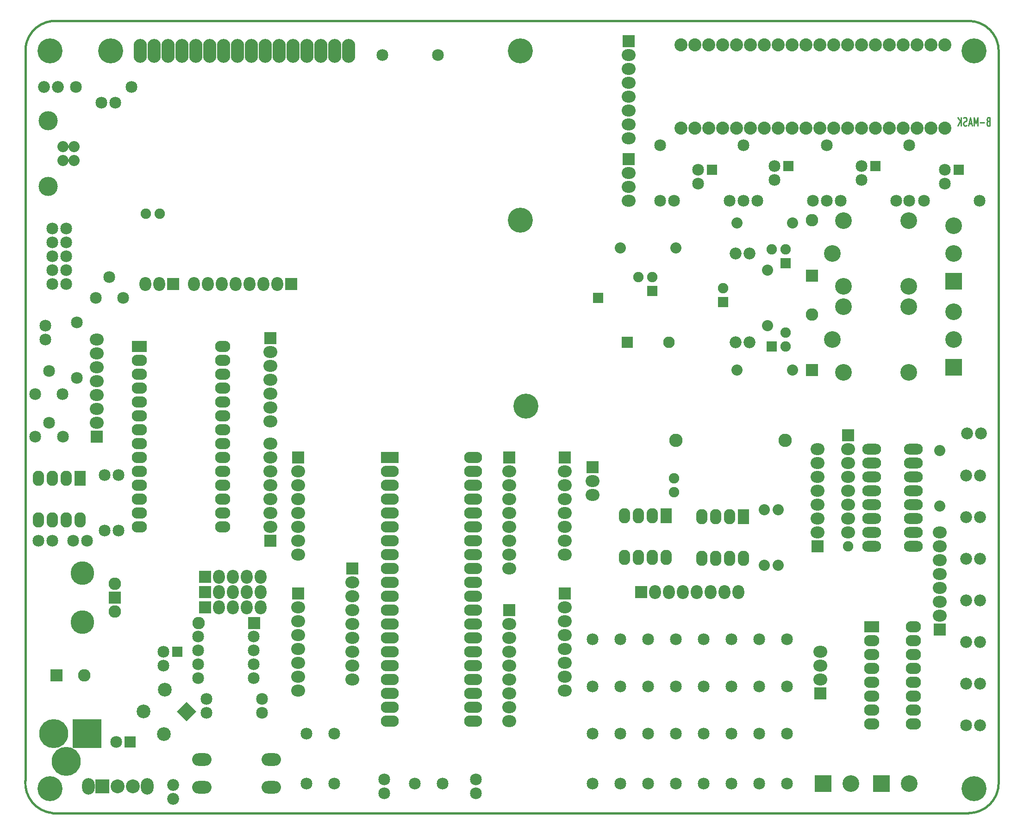
<source format=gbs>
G04 #@! TF.FileFunction,Soldermask,Bot*
%FSLAX46Y46*%
G04 Gerber Fmt 4.6, Leading zero omitted, Abs format (unit mm)*
G04 Created by KiCad (PCBNEW (2015-01-16 BZR 5376)-product) date 1/7/2016 1:02:51 PM*
%MOMM*%
G01*
G04 APERTURE LIST*
%ADD10C,0.150000*%
%ADD11C,0.381000*%
%ADD12C,0.254000*%
%ADD13C,1.905000*%
%ADD14C,2.159000*%
%ADD15C,2.032000*%
%ADD16C,3.508000*%
%ADD17C,5.308600*%
%ADD18R,5.308600X5.308600*%
%ADD19R,3.302000X2.082800*%
%ADD20O,3.302000X2.082800*%
%ADD21R,2.286000X2.286000*%
%ADD22O,2.540000X2.159000*%
%ADD23R,2.032000X2.032000*%
%ADD24C,2.286000*%
%ADD25R,2.794000X2.082800*%
%ADD26O,2.794000X2.082800*%
%ADD27C,2.184400*%
%ADD28O,2.159000X2.540000*%
%ADD29O,3.556000X2.308000*%
%ADD30C,2.508000*%
%ADD31O,3.462020X1.983740*%
%ADD32O,2.438400X4.368800*%
%ADD33C,2.387600*%
%ADD34C,4.572000*%
%ADD35R,2.540000X2.540000*%
%ADD36C,2.540000*%
%ADD37O,2.308000X3.008000*%
%ADD38C,4.318000*%
%ADD39C,4.308000*%
%ADD40C,3.048000*%
%ADD41R,2.108000X2.108000*%
%ADD42C,2.108000*%
%ADD43R,1.905000X1.905000*%
%ADD44R,3.048000X3.048000*%
%ADD45R,2.082800X2.794000*%
%ADD46O,2.082800X2.794000*%
%ADD47C,2.456180*%
G04 APERTURE END LIST*
D10*
D11*
X59500000Y-34500000D02*
X59500000Y-168500000D01*
X232000000Y-29500000D02*
X65500000Y-29500000D01*
X237500000Y-169000000D02*
X237500000Y-35000000D01*
X64500000Y-174500000D02*
X232000000Y-174500000D01*
X59500000Y-168500000D02*
G75*
G03X64500000Y-174500000I5500000J-500000D01*
G01*
X65500000Y-29500000D02*
G75*
G03X59500000Y-34500000I-500000J-5500000D01*
G01*
X237500000Y-35000000D02*
G75*
G03X232000000Y-29500000I-5500000J0D01*
G01*
X232000000Y-174500000D02*
G75*
G03X237500000Y-169000000I0J5500000D01*
G01*
D12*
X235564191Y-47891143D02*
X235419048Y-47963714D01*
X235370667Y-48036286D01*
X235322286Y-48181429D01*
X235322286Y-48399143D01*
X235370667Y-48544286D01*
X235419048Y-48616857D01*
X235515810Y-48689429D01*
X235902857Y-48689429D01*
X235902857Y-47165429D01*
X235564191Y-47165429D01*
X235467429Y-47238000D01*
X235419048Y-47310571D01*
X235370667Y-47455714D01*
X235370667Y-47600857D01*
X235419048Y-47746000D01*
X235467429Y-47818571D01*
X235564191Y-47891143D01*
X235902857Y-47891143D01*
X234886857Y-48108857D02*
X234112762Y-48108857D01*
X233628952Y-48689429D02*
X233628952Y-47165429D01*
X233290286Y-48254000D01*
X232951619Y-47165429D01*
X232951619Y-48689429D01*
X232516190Y-48254000D02*
X232032381Y-48254000D01*
X232612952Y-48689429D02*
X232274285Y-47165429D01*
X231935619Y-48689429D01*
X231645333Y-48616857D02*
X231500190Y-48689429D01*
X231258286Y-48689429D01*
X231161524Y-48616857D01*
X231113143Y-48544286D01*
X231064762Y-48399143D01*
X231064762Y-48254000D01*
X231113143Y-48108857D01*
X231161524Y-48036286D01*
X231258286Y-47963714D01*
X231451809Y-47891143D01*
X231548571Y-47818571D01*
X231596952Y-47746000D01*
X231645333Y-47600857D01*
X231645333Y-47455714D01*
X231596952Y-47310571D01*
X231548571Y-47238000D01*
X231451809Y-47165429D01*
X231209905Y-47165429D01*
X231064762Y-47238000D01*
X230629333Y-48689429D02*
X230629333Y-47165429D01*
X230048762Y-48689429D02*
X230484190Y-47818571D01*
X230048762Y-47165429D02*
X230629333Y-48036286D01*
D13*
X178115000Y-115760000D03*
X178115000Y-113220000D03*
D14*
X61315000Y-97805000D03*
X63815000Y-93535000D03*
X66315000Y-97805000D03*
X72364000Y-80160000D03*
X74864000Y-76390000D03*
X77364000Y-80160000D03*
D15*
X68387000Y-55054000D03*
X68387000Y-52514000D03*
X66388020Y-52514000D03*
X66388020Y-55054000D03*
D16*
X63688000Y-59783480D03*
X63688000Y-47784520D03*
D17*
X64704000Y-159956000D03*
D18*
X70800000Y-159956000D03*
D17*
X66990000Y-165036000D03*
D19*
X126172000Y-109410000D03*
D20*
X126172000Y-111950000D03*
X126172000Y-114490000D03*
X126172000Y-117030000D03*
X126172000Y-119570000D03*
X126172000Y-122110000D03*
X126172000Y-124650000D03*
X126172000Y-127190000D03*
X126172000Y-129730000D03*
X126172000Y-132270000D03*
X126172000Y-134810000D03*
X126172000Y-137350000D03*
X126172000Y-139890000D03*
X126172000Y-142430000D03*
X126172000Y-144970000D03*
X126172000Y-147510000D03*
X126172000Y-150050000D03*
X126172000Y-152590000D03*
X126172000Y-155130000D03*
X126172000Y-157670000D03*
X141412000Y-157670000D03*
X141412000Y-155130000D03*
X141412000Y-152590000D03*
X141412000Y-150050000D03*
X141412000Y-147510000D03*
X141412000Y-144970000D03*
X141412000Y-142430000D03*
X141412000Y-139890000D03*
X141412000Y-137350000D03*
X141412000Y-134810000D03*
X141412000Y-132270000D03*
X141412000Y-129730000D03*
X141412000Y-127190000D03*
X141412000Y-124650000D03*
X141412000Y-122110000D03*
X141412000Y-119570000D03*
X141412000Y-117030000D03*
X141412000Y-114490000D03*
X141412000Y-111950000D03*
X141412000Y-109410000D03*
D21*
X119314000Y-129730000D03*
D22*
X119314000Y-132270000D03*
X119314000Y-134810000D03*
X119314000Y-137350000D03*
X119314000Y-139890000D03*
X119314000Y-142430000D03*
X119314000Y-144970000D03*
X119314000Y-147510000D03*
X119314000Y-150050000D03*
D21*
X148016000Y-137350000D03*
D22*
X148016000Y-139890000D03*
X148016000Y-142430000D03*
X148016000Y-144970000D03*
X148016000Y-147510000D03*
X148016000Y-150050000D03*
X148016000Y-152590000D03*
X148016000Y-155130000D03*
X148016000Y-157670000D03*
D14*
X206055000Y-52260000D03*
X206055000Y-62420000D03*
X190815000Y-52260000D03*
X190815000Y-62420000D03*
D15*
X168336000Y-71056000D03*
X178496000Y-71056000D03*
D14*
X175575000Y-52260000D03*
X175575000Y-62420000D03*
D21*
X209992000Y-105346000D03*
D22*
X209992000Y-107886000D03*
X209992000Y-110426000D03*
X209992000Y-112966000D03*
X209992000Y-115506000D03*
X209992000Y-118046000D03*
X209992000Y-120586000D03*
X209992000Y-123126000D03*
D13*
X209992000Y-125666000D03*
D14*
X64450000Y-124650000D03*
X61910000Y-124650000D03*
X70800000Y-124650000D03*
X68260000Y-124650000D03*
X125156000Y-170878000D03*
X125156000Y-168338000D03*
X141920000Y-170878000D03*
X141920000Y-168338000D03*
D23*
X78674000Y-161480000D03*
D14*
X76134000Y-161480000D03*
D21*
X65212000Y-149288000D03*
D24*
X70292000Y-149288000D03*
X203388000Y-83248000D03*
D21*
X203388000Y-93408000D03*
D25*
X214310000Y-140398000D03*
D26*
X214310000Y-142938000D03*
X214310000Y-145478000D03*
X214310000Y-148018000D03*
X214310000Y-150558000D03*
X214310000Y-153098000D03*
X214310000Y-155638000D03*
X214310000Y-158178000D03*
X221930000Y-158178000D03*
X221930000Y-155638000D03*
X221930000Y-153098000D03*
X221930000Y-150558000D03*
X221930000Y-148018000D03*
X221930000Y-145478000D03*
X221930000Y-142938000D03*
X221930000Y-140398000D03*
D27*
X189418000Y-88328000D03*
X191958000Y-88328000D03*
X86548000Y-169354000D03*
X86548000Y-171894000D03*
D15*
X195260000Y-75120000D03*
X195260000Y-85280000D03*
D14*
X92644000Y-153606000D03*
X102804000Y-153606000D03*
X76515000Y-122745000D03*
X76515000Y-112585000D03*
X73975000Y-112585000D03*
X73975000Y-122745000D03*
X102804000Y-156146000D03*
X92644000Y-156146000D03*
D15*
X226756000Y-118300000D03*
X226756000Y-108140000D03*
X189672000Y-93408000D03*
X199832000Y-93408000D03*
X189672000Y-66484000D03*
X199832000Y-66484000D03*
D14*
X61275000Y-105600000D03*
X63815000Y-103060000D03*
X66355000Y-105600000D03*
D21*
X163256000Y-111188000D03*
D22*
X163256000Y-113728000D03*
X163256000Y-116268000D03*
D21*
X92390000Y-131254000D03*
D28*
X94930000Y-131254000D03*
X97470000Y-131254000D03*
X100010000Y-131254000D03*
X102550000Y-131254000D03*
D21*
X92390000Y-134048000D03*
D28*
X94930000Y-134048000D03*
X97470000Y-134048000D03*
X100010000Y-134048000D03*
X102550000Y-134048000D03*
D21*
X92390000Y-136842000D03*
D28*
X94930000Y-136842000D03*
X97470000Y-136842000D03*
X100010000Y-136842000D03*
X102550000Y-136842000D03*
D21*
X169860000Y-33210000D03*
D22*
X169860000Y-35750000D03*
X169860000Y-38290000D03*
X169860000Y-40830000D03*
X169860000Y-43370000D03*
X169860000Y-45910000D03*
X169860000Y-48450000D03*
X169860000Y-50990000D03*
D21*
X158176000Y-109410000D03*
D22*
X158176000Y-111950000D03*
X158176000Y-114490000D03*
X158176000Y-117030000D03*
X158176000Y-119570000D03*
X158176000Y-122110000D03*
X158176000Y-124650000D03*
X158176000Y-127190000D03*
D21*
X158176000Y-134302000D03*
D22*
X158176000Y-136842000D03*
X158176000Y-139382000D03*
X158176000Y-141922000D03*
X158176000Y-144462000D03*
X158176000Y-147002000D03*
X158176000Y-149542000D03*
X158176000Y-152082000D03*
D21*
X109408000Y-134302000D03*
D22*
X109408000Y-136842000D03*
X109408000Y-139382000D03*
X109408000Y-141922000D03*
X109408000Y-144462000D03*
X109408000Y-147002000D03*
X109408000Y-149542000D03*
X109408000Y-152082000D03*
D21*
X109408000Y-109410000D03*
D22*
X109408000Y-111950000D03*
X109408000Y-114490000D03*
X109408000Y-117030000D03*
X109408000Y-119570000D03*
X109408000Y-122110000D03*
X109408000Y-124650000D03*
X109408000Y-127190000D03*
D21*
X226756000Y-140906000D03*
D22*
X226756000Y-138366000D03*
X226756000Y-135826000D03*
X226756000Y-133286000D03*
X226756000Y-130746000D03*
X226756000Y-128206000D03*
X226756000Y-125666000D03*
X226756000Y-123126000D03*
D21*
X148016000Y-109410000D03*
D22*
X148016000Y-111950000D03*
X148016000Y-114490000D03*
X148016000Y-117030000D03*
X148016000Y-119570000D03*
X148016000Y-122110000D03*
X148016000Y-124650000D03*
X148016000Y-127190000D03*
X148016000Y-129730000D03*
D29*
X104455000Y-164655000D03*
X104455000Y-169735000D03*
X91755000Y-164655000D03*
X91755000Y-169735000D03*
D30*
X81072687Y-155892000D03*
X85024000Y-151940687D03*
D10*
G36*
X90748737Y-155892000D02*
X88975313Y-157665424D01*
X87201889Y-155892000D01*
X88975313Y-154118576D01*
X90748737Y-155892000D01*
X90748737Y-155892000D01*
G37*
D30*
X84844395Y-160022918D03*
D31*
X214310000Y-107886000D03*
X214310000Y-110426000D03*
X214310000Y-112966000D03*
X214310000Y-115506000D03*
X214310000Y-118046000D03*
X214310000Y-120586000D03*
X214310000Y-123126000D03*
X214310000Y-125666000D03*
X221930000Y-125666000D03*
X221930000Y-123126000D03*
X221930000Y-120586000D03*
X221930000Y-118046000D03*
X221930000Y-115506000D03*
X221930000Y-112966000D03*
X221930000Y-110426000D03*
X221930000Y-107886000D03*
D32*
X80540000Y-35000000D03*
X83080000Y-35000000D03*
X85620000Y-35000000D03*
X88160000Y-35000000D03*
X90700000Y-35000000D03*
X93240000Y-35000000D03*
X95780000Y-35000000D03*
X98320000Y-35000000D03*
X100860000Y-35000000D03*
X103400000Y-35000000D03*
X105940000Y-35000000D03*
X108480000Y-35000000D03*
X111020000Y-35000000D03*
X113560000Y-35000000D03*
X116100000Y-35000000D03*
X118640000Y-35000000D03*
D33*
X179385000Y-49085000D03*
X181925000Y-49085000D03*
X184465000Y-49085000D03*
X187005000Y-49085000D03*
X189545000Y-49085000D03*
X189545000Y-33845000D03*
X187005000Y-33845000D03*
X184465000Y-33845000D03*
X181925000Y-33845000D03*
X179385000Y-33845000D03*
X192085000Y-49085000D03*
X194625000Y-49085000D03*
X197165000Y-49085000D03*
X199705000Y-49085000D03*
X202245000Y-49085000D03*
X202245000Y-33845000D03*
X199705000Y-33845000D03*
X197165000Y-33845000D03*
X194625000Y-33845000D03*
X192085000Y-33845000D03*
X204785000Y-49085000D03*
X207325000Y-49085000D03*
X209865000Y-49085000D03*
X212405000Y-49085000D03*
X214945000Y-49085000D03*
X214945000Y-33845000D03*
X212405000Y-33845000D03*
X209865000Y-33845000D03*
X207325000Y-33845000D03*
X204785000Y-33845000D03*
X217485000Y-49085000D03*
X220025000Y-49085000D03*
X222565000Y-49085000D03*
X225105000Y-49085000D03*
X227645000Y-49085000D03*
X227645000Y-33845000D03*
X225105000Y-33845000D03*
X222565000Y-33845000D03*
X220025000Y-33845000D03*
X217485000Y-33845000D03*
D14*
X221168000Y-52260000D03*
X221168000Y-62420000D03*
D34*
X233000000Y-170000000D03*
X64000000Y-170000000D03*
X233000000Y-35000000D03*
X64000000Y-35000000D03*
D14*
X135824000Y-169100000D03*
X130744000Y-169100000D03*
X173416000Y-142684000D03*
X178496000Y-142684000D03*
X163256000Y-142684000D03*
X168336000Y-142684000D03*
X183576000Y-142684000D03*
X188656000Y-142684000D03*
X193736000Y-142684000D03*
X198816000Y-142684000D03*
X163256000Y-151320000D03*
X168336000Y-151320000D03*
X173416000Y-151320000D03*
X178496000Y-151320000D03*
X183576000Y-151320000D03*
X188656000Y-151320000D03*
X193736000Y-151320000D03*
X198816000Y-151320000D03*
X163256000Y-159956000D03*
X168336000Y-159956000D03*
X173416000Y-159956000D03*
X178496000Y-159956000D03*
X183576000Y-159956000D03*
X188656000Y-159956000D03*
X193736000Y-159956000D03*
X198816000Y-159956000D03*
X163256000Y-169100000D03*
X168336000Y-169100000D03*
X173416000Y-169100000D03*
X178496000Y-169100000D03*
X183576000Y-169100000D03*
X188656000Y-169100000D03*
X193736000Y-169100000D03*
X198816000Y-169100000D03*
X110932000Y-159956000D03*
X116012000Y-159956000D03*
X110932000Y-169100000D03*
X116012000Y-169100000D03*
D35*
X73588920Y-169608000D03*
D36*
X76388000Y-169608000D03*
X79182000Y-169608000D03*
D37*
X81788040Y-169608000D03*
X70987960Y-169608000D03*
D24*
X75880000Y-137604000D03*
D21*
X75880000Y-135064000D03*
D24*
X75880000Y-132524000D03*
D38*
X69880000Y-139564000D03*
D39*
X69880000Y-130564000D03*
D40*
X209072520Y-81820520D03*
X207071000Y-87820000D03*
X221071480Y-81820520D03*
X221071480Y-93819480D03*
X209072520Y-93819480D03*
X209072520Y-66072520D03*
X207071000Y-72072000D03*
X221071480Y-66072520D03*
X221071480Y-78071480D03*
X209072520Y-78071480D03*
D41*
X169606000Y-88328000D03*
D42*
X177226000Y-88328000D03*
D43*
X87310000Y-144970000D03*
D14*
X84770000Y-144970000D03*
X84770000Y-147510000D03*
X91120000Y-147256000D03*
X101280000Y-147256000D03*
X101280000Y-142176000D03*
X91120000Y-142176000D03*
X101280000Y-144716000D03*
X91120000Y-144716000D03*
X91120000Y-149796000D03*
X101280000Y-149796000D03*
X73406000Y-44450000D03*
X75946000Y-44450000D03*
D43*
X174178000Y-78930000D03*
D13*
X174178000Y-76390000D03*
X171638000Y-76390000D03*
D43*
X230185000Y-56705000D03*
D14*
X227645000Y-56705000D03*
X227645000Y-59245000D03*
D43*
X199070000Y-56070000D03*
D14*
X196530000Y-56070000D03*
X196530000Y-58610000D03*
D43*
X185100000Y-56705000D03*
D14*
X182560000Y-56705000D03*
X182560000Y-59245000D03*
D43*
X214945000Y-56070000D03*
D14*
X212405000Y-56070000D03*
X212405000Y-58610000D03*
D43*
X198562000Y-73850000D03*
D13*
X198562000Y-71310000D03*
X196022000Y-71310000D03*
D43*
X196022000Y-89090000D03*
D13*
X198562000Y-89090000D03*
X198562000Y-86550000D03*
D21*
X104328000Y-124650000D03*
D22*
X104328000Y-122110000D03*
X104328000Y-119570000D03*
X104328000Y-117030000D03*
X104328000Y-114490000D03*
X104328000Y-111950000D03*
X104328000Y-109410000D03*
X104328000Y-106870000D03*
D21*
X104328000Y-87566000D03*
D22*
X104328000Y-90106000D03*
X104328000Y-92646000D03*
X104328000Y-95186000D03*
X104328000Y-97726000D03*
X104328000Y-100266000D03*
X104328000Y-102806000D03*
D15*
X194625000Y-118935000D03*
X194625000Y-129095000D03*
D14*
X68895000Y-84645000D03*
X68895000Y-94805000D03*
X134935000Y-35750000D03*
X124775000Y-35750000D03*
D15*
X197165000Y-129095000D03*
X197165000Y-118935000D03*
D14*
X223835000Y-62420000D03*
X233995000Y-62420000D03*
X208595000Y-62420000D03*
X218755000Y-62420000D03*
X193355000Y-62420000D03*
X203515000Y-62420000D03*
X178115000Y-62420000D03*
X188275000Y-62420000D03*
D27*
X231582000Y-150812000D03*
X234122000Y-150812000D03*
X231582000Y-143192000D03*
X234122000Y-143192000D03*
X231582000Y-135572000D03*
X234122000Y-135572000D03*
X231582000Y-127952000D03*
X234122000Y-127952000D03*
X231582000Y-120332000D03*
X234122000Y-120332000D03*
X231582000Y-112712000D03*
X234122000Y-112712000D03*
D14*
X63180000Y-87820000D03*
X63180000Y-85280000D03*
D13*
X81534000Y-64770000D03*
X84074000Y-64770000D03*
D21*
X108138000Y-77660000D03*
D28*
X105598000Y-77660000D03*
X103058000Y-77660000D03*
X100518000Y-77660000D03*
X97978000Y-77660000D03*
X95438000Y-77660000D03*
X92898000Y-77660000D03*
X90358000Y-77660000D03*
D44*
X216088000Y-169100000D03*
D40*
X221168000Y-169100000D03*
D14*
X66990000Y-77660000D03*
X64450000Y-77660000D03*
X66990000Y-75120000D03*
X64450000Y-75120000D03*
X66990000Y-72580000D03*
X64450000Y-72580000D03*
X66990000Y-70040000D03*
X64450000Y-70040000D03*
X66990000Y-67500000D03*
X64450000Y-67500000D03*
D27*
X189418000Y-72072000D03*
X191958000Y-72072000D03*
X231730000Y-105000000D03*
X234270000Y-105000000D03*
D45*
X190815000Y-120205000D03*
D46*
X188275000Y-120205000D03*
X185735000Y-120205000D03*
X183195000Y-120205000D03*
X183195000Y-127825000D03*
X185735000Y-127825000D03*
X188275000Y-127825000D03*
X190815000Y-127825000D03*
D45*
X176718000Y-120078000D03*
D46*
X174178000Y-120078000D03*
X171638000Y-120078000D03*
X169098000Y-120078000D03*
X169098000Y-127698000D03*
X171638000Y-127698000D03*
X174178000Y-127698000D03*
X176718000Y-127698000D03*
D47*
X178435040Y-106235000D03*
X198435000Y-106235000D03*
D24*
X203388000Y-65976000D03*
D21*
X203388000Y-76136000D03*
X204404000Y-125666000D03*
D22*
X204404000Y-123126000D03*
X204404000Y-120586000D03*
X204404000Y-118046000D03*
X204404000Y-115506000D03*
X204404000Y-112966000D03*
X204404000Y-110426000D03*
X204404000Y-107886000D03*
D44*
X229296000Y-77152000D03*
D40*
X229296000Y-72072000D03*
X229296000Y-66992000D03*
D21*
X86548000Y-77660000D03*
D28*
X84008000Y-77660000D03*
X81468000Y-77660000D03*
D21*
X172146000Y-134048000D03*
D28*
X174686000Y-134048000D03*
X177226000Y-134048000D03*
X179766000Y-134048000D03*
X182306000Y-134048000D03*
X184846000Y-134048000D03*
X187386000Y-134048000D03*
X189926000Y-134048000D03*
D21*
X169860000Y-54800000D03*
D22*
X169860000Y-57340000D03*
X169860000Y-59880000D03*
X169860000Y-62420000D03*
D44*
X229296000Y-92900000D03*
D40*
X229296000Y-87820000D03*
X229296000Y-82740000D03*
D44*
X205420000Y-169100000D03*
D40*
X210500000Y-169100000D03*
D43*
X187132000Y-80962000D03*
D13*
X187132000Y-78422000D03*
D21*
X204912000Y-152590000D03*
D22*
X204912000Y-150050000D03*
X204912000Y-147510000D03*
X204912000Y-144970000D03*
D25*
X80325000Y-89090000D03*
D26*
X80325000Y-91630000D03*
X80325000Y-94170000D03*
X80325000Y-96710000D03*
X80325000Y-99250000D03*
X80325000Y-101790000D03*
X80325000Y-104330000D03*
X80325000Y-106870000D03*
X80325000Y-109410000D03*
X80325000Y-111950000D03*
X80325000Y-114490000D03*
X80325000Y-117030000D03*
X80325000Y-119570000D03*
X80325000Y-122110000D03*
X95565000Y-122110000D03*
X95565000Y-119570000D03*
X95565000Y-117030000D03*
X95565000Y-114490000D03*
X95565000Y-111950000D03*
X95565000Y-109410000D03*
X95565000Y-106870000D03*
X95565000Y-104330000D03*
X95565000Y-101790000D03*
X95565000Y-99250000D03*
X95565000Y-96710000D03*
X95565000Y-94170000D03*
X95565000Y-91630000D03*
X95565000Y-89090000D03*
D45*
X69530000Y-113220000D03*
D46*
X66990000Y-113220000D03*
X64450000Y-113220000D03*
X61910000Y-113220000D03*
X61910000Y-120840000D03*
X64450000Y-120840000D03*
X66990000Y-120840000D03*
X69530000Y-120840000D03*
D21*
X72578000Y-105600000D03*
D22*
X72578000Y-103060000D03*
X72578000Y-100520000D03*
X72578000Y-97980000D03*
X72578000Y-95440000D03*
X72578000Y-92900000D03*
X72578000Y-90360000D03*
X72578000Y-87820000D03*
D14*
X231582000Y-158432000D03*
D27*
X234122000Y-158432000D03*
D43*
X164272000Y-80200000D03*
D14*
X68768000Y-41592000D03*
X78928000Y-41592000D03*
D27*
X65466000Y-41592000D03*
X62926000Y-41592000D03*
D24*
X91186000Y-139700000D03*
D21*
X101346000Y-139700000D03*
D34*
X151000000Y-100000000D03*
X150050500Y-34988500D03*
X150050500Y-65976500D03*
X75057000Y-34988500D03*
M02*

</source>
